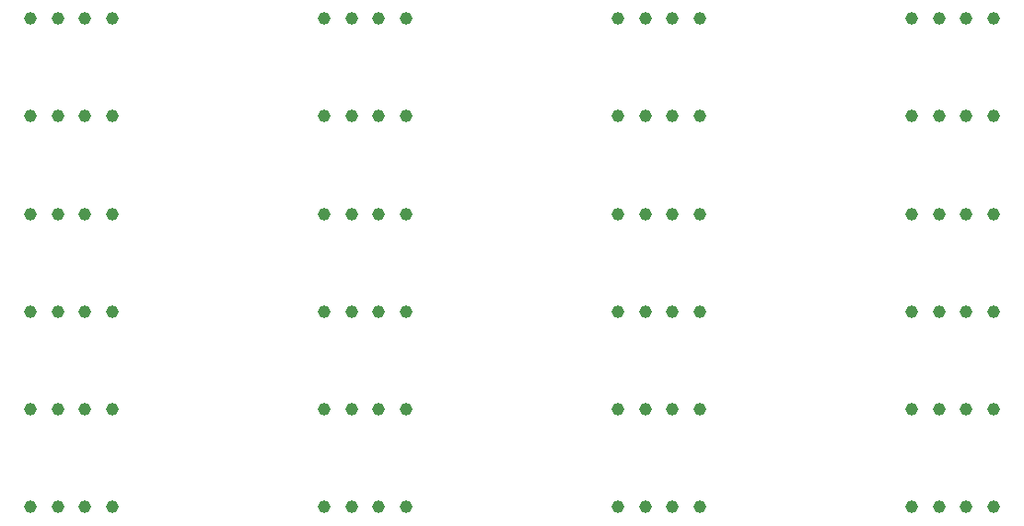
<source format=gbr>
%TF.GenerationSoftware,KiCad,Pcbnew,(7.0.0)*%
%TF.CreationDate,2023-07-13T10:06:37-04:00*%
%TF.ProjectId,bracket-led-panel,62726163-6b65-4742-9d6c-65642d70616e,rev?*%
%TF.SameCoordinates,Original*%
%TF.FileFunction,Soldermask,Bot*%
%TF.FilePolarity,Negative*%
%FSLAX46Y46*%
G04 Gerber Fmt 4.6, Leading zero omitted, Abs format (unit mm)*
G04 Created by KiCad (PCBNEW (7.0.0)) date 2023-07-13 10:06:37*
%MOMM*%
%LPD*%
G01*
G04 APERTURE LIST*
%ADD10C,1.168400*%
G04 APERTURE END LIST*
D10*
%TO.C,H2*%
X148570000Y-54400000D03*
X146030000Y-54400000D03*
%TD*%
%TO.C,H2*%
X121570000Y-54400000D03*
X119030000Y-54400000D03*
%TD*%
%TO.C,H2*%
X148570000Y-45400000D03*
X146030000Y-45400000D03*
%TD*%
%TO.C,H2*%
X94570000Y-54400000D03*
X92030000Y-54400000D03*
%TD*%
%TO.C,H2*%
X94570000Y-45400000D03*
X92030000Y-45400000D03*
%TD*%
%TO.C,H2*%
X67570000Y-45400000D03*
X65030000Y-45400000D03*
%TD*%
%TO.C,H2*%
X121570000Y-45400000D03*
X119030000Y-45400000D03*
%TD*%
%TO.C,H2*%
X67570000Y-63400000D03*
X65030000Y-63400000D03*
%TD*%
%TO.C,H2*%
X121570000Y-63400000D03*
X119030000Y-63400000D03*
%TD*%
%TO.C,H2*%
X67570000Y-90400000D03*
X65030000Y-90400000D03*
%TD*%
%TO.C,H2*%
X94570000Y-90400000D03*
X92030000Y-90400000D03*
%TD*%
%TO.C,H2*%
X148570000Y-63400000D03*
X146030000Y-63400000D03*
%TD*%
%TO.C,H2*%
X94570000Y-63400000D03*
X92030000Y-63400000D03*
%TD*%
%TO.C,H2*%
X67570000Y-81400000D03*
X65030000Y-81400000D03*
%TD*%
%TO.C,H2*%
X148570000Y-90400000D03*
X146030000Y-90400000D03*
%TD*%
%TO.C,H2*%
X121570000Y-90400000D03*
X119030000Y-90400000D03*
%TD*%
%TO.C,H2*%
X67570000Y-72400000D03*
X65030000Y-72400000D03*
%TD*%
%TO.C,H2*%
X121570000Y-72400000D03*
X119030000Y-72400000D03*
%TD*%
%TO.C,H2*%
X121570000Y-81400000D03*
X119030000Y-81400000D03*
%TD*%
%TO.C,H2*%
X148570000Y-72400000D03*
X146030000Y-72400000D03*
%TD*%
%TO.C,H2*%
X67570000Y-54400000D03*
X65030000Y-54400000D03*
%TD*%
%TO.C,H2*%
X94570000Y-72400000D03*
X92030000Y-72400000D03*
%TD*%
%TO.C,H2*%
X94570000Y-81400000D03*
X92030000Y-81400000D03*
%TD*%
%TO.C,H2*%
X148570000Y-81400000D03*
X146030000Y-81400000D03*
%TD*%
%TO.C,H1*%
X153570000Y-45400000D03*
X151030000Y-45400000D03*
%TD*%
%TO.C,H1*%
X153570000Y-54400000D03*
X151030000Y-54400000D03*
%TD*%
%TO.C,H1*%
X99570000Y-45400000D03*
X97030000Y-45400000D03*
%TD*%
%TO.C,H1*%
X72570000Y-45400000D03*
X70030000Y-45400000D03*
%TD*%
%TO.C,H1*%
X126570000Y-45400000D03*
X124030000Y-45400000D03*
%TD*%
%TO.C,H1*%
X72570000Y-63400000D03*
X70030000Y-63400000D03*
%TD*%
%TO.C,H1*%
X153570000Y-72400000D03*
X151030000Y-72400000D03*
%TD*%
%TO.C,H1*%
X153570000Y-63400000D03*
X151030000Y-63400000D03*
%TD*%
%TO.C,H1*%
X72570000Y-81400000D03*
X70030000Y-81400000D03*
%TD*%
%TO.C,H1*%
X72570000Y-90400000D03*
X70030000Y-90400000D03*
%TD*%
%TO.C,H1*%
X153570000Y-90400000D03*
X151030000Y-90400000D03*
%TD*%
%TO.C,H1*%
X72570000Y-72400000D03*
X70030000Y-72400000D03*
%TD*%
%TO.C,H1*%
X72570000Y-54400000D03*
X70030000Y-54400000D03*
%TD*%
%TO.C,H1*%
X99570000Y-63400000D03*
X97030000Y-63400000D03*
%TD*%
%TO.C,H1*%
X126570000Y-54400000D03*
X124030000Y-54400000D03*
%TD*%
%TO.C,H1*%
X126570000Y-63400000D03*
X124030000Y-63400000D03*
%TD*%
%TO.C,H1*%
X126570000Y-81400000D03*
X124030000Y-81400000D03*
%TD*%
%TO.C,H1*%
X99570000Y-90400000D03*
X97030000Y-90400000D03*
%TD*%
%TO.C,H1*%
X126570000Y-90400000D03*
X124030000Y-90400000D03*
%TD*%
%TO.C,H1*%
X99570000Y-72400000D03*
X97030000Y-72400000D03*
%TD*%
%TO.C,H1*%
X99570000Y-54400000D03*
X97030000Y-54400000D03*
%TD*%
%TO.C,H1*%
X153570000Y-81400000D03*
X151030000Y-81400000D03*
%TD*%
%TO.C,H1*%
X99570000Y-81400000D03*
X97030000Y-81400000D03*
%TD*%
%TO.C,H1*%
X126570000Y-72400000D03*
X124030000Y-72400000D03*
%TD*%
M02*

</source>
